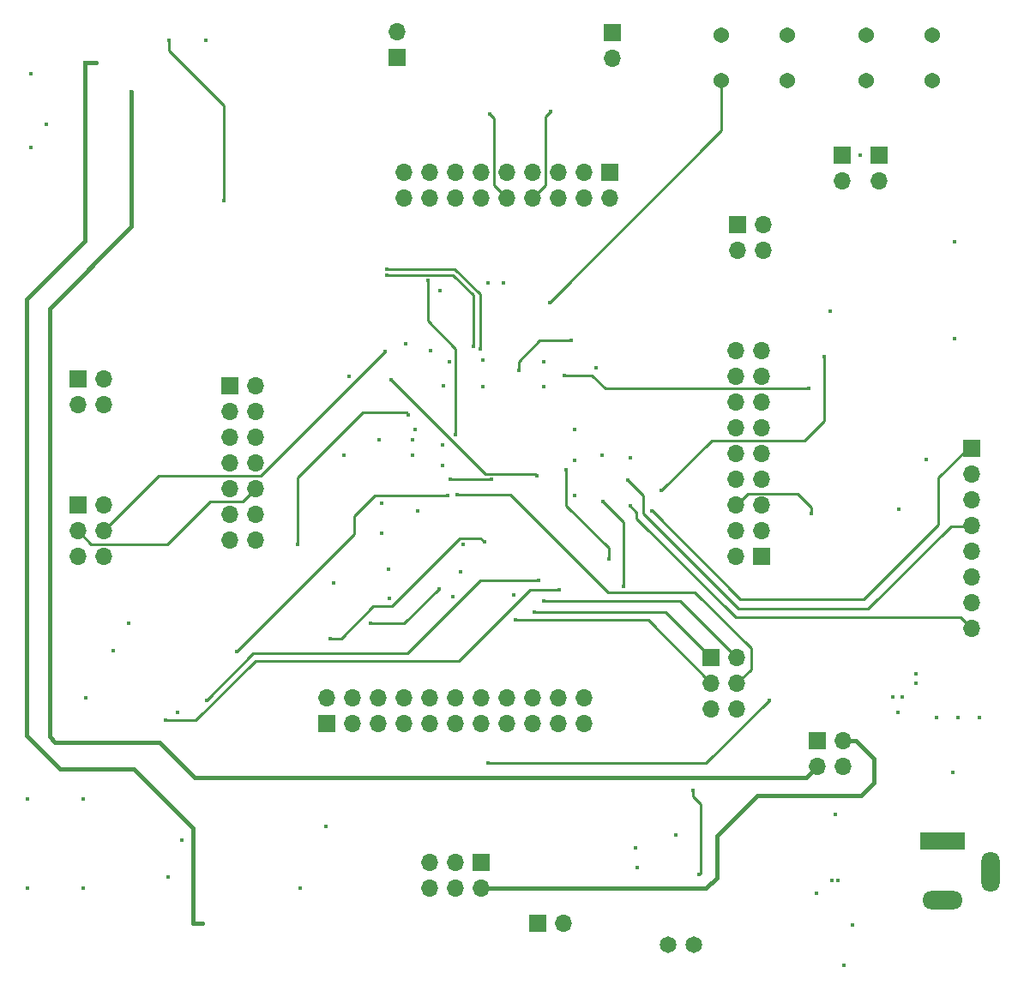
<source format=gbl>
G04 #@! TF.GenerationSoftware,KiCad,Pcbnew,(5.1.10)-1*
G04 #@! TF.CreationDate,2021-10-22T17:08:09-06:00*
G04 #@! TF.ProjectId,SAMduino,53414d64-7569-46e6-9f2e-6b696361645f,rev?*
G04 #@! TF.SameCoordinates,Original*
G04 #@! TF.FileFunction,Copper,L4,Bot*
G04 #@! TF.FilePolarity,Positive*
%FSLAX46Y46*%
G04 Gerber Fmt 4.6, Leading zero omitted, Abs format (unit mm)*
G04 Created by KiCad (PCBNEW (5.1.10)-1) date 2021-10-22 17:08:09*
%MOMM*%
%LPD*%
G01*
G04 APERTURE LIST*
G04 #@! TA.AperFunction,ComponentPad*
%ADD10C,1.540000*%
G04 #@! TD*
G04 #@! TA.AperFunction,ComponentPad*
%ADD11O,1.700000X1.700000*%
G04 #@! TD*
G04 #@! TA.AperFunction,ComponentPad*
%ADD12R,1.700000X1.700000*%
G04 #@! TD*
G04 #@! TA.AperFunction,ComponentPad*
%ADD13C,1.650000*%
G04 #@! TD*
G04 #@! TA.AperFunction,ComponentPad*
%ADD14R,4.400000X1.800000*%
G04 #@! TD*
G04 #@! TA.AperFunction,ComponentPad*
%ADD15O,4.000000X1.800000*%
G04 #@! TD*
G04 #@! TA.AperFunction,ComponentPad*
%ADD16O,1.800000X4.000000*%
G04 #@! TD*
G04 #@! TA.AperFunction,ViaPad*
%ADD17C,0.400000*%
G04 #@! TD*
G04 #@! TA.AperFunction,Conductor*
%ADD18C,0.400000*%
G04 #@! TD*
G04 #@! TA.AperFunction,Conductor*
%ADD19C,0.250000*%
G04 #@! TD*
G04 APERTURE END LIST*
D10*
X104250000Y-57250000D03*
X110750000Y-57250000D03*
X104250000Y-61750000D03*
X110750000Y-61750000D03*
X118550000Y-57250000D03*
X125050000Y-57250000D03*
X118550000Y-61750000D03*
X125050000Y-61750000D03*
D11*
X128950000Y-115880000D03*
X128950000Y-113340000D03*
X128950000Y-110800000D03*
X128950000Y-108260000D03*
X128950000Y-105720000D03*
X128950000Y-103180000D03*
X128950000Y-100640000D03*
D12*
X128950000Y-98100000D03*
D11*
X105790000Y-123830000D03*
X103250000Y-123830000D03*
X105790000Y-121290000D03*
X103250000Y-121290000D03*
X105790000Y-118750000D03*
D12*
X103250000Y-118750000D03*
D11*
X43290000Y-93790000D03*
X40750000Y-93790000D03*
X43290000Y-91250000D03*
D12*
X40750000Y-91250000D03*
D11*
X75420000Y-141540000D03*
X75420000Y-139000000D03*
X77960000Y-141540000D03*
X77960000Y-139000000D03*
X80500000Y-141540000D03*
D12*
X80500000Y-139000000D03*
D11*
X119800000Y-71690000D03*
D12*
X119800000Y-69150000D03*
D11*
X43290000Y-108790000D03*
X40750000Y-108790000D03*
X43290000Y-106250000D03*
X40750000Y-106250000D03*
X43290000Y-103710000D03*
D12*
X40750000Y-103710000D03*
D11*
X108390000Y-78490000D03*
X105850000Y-78490000D03*
X108390000Y-75950000D03*
D12*
X105850000Y-75950000D03*
D11*
X116150000Y-71690000D03*
D12*
X116150000Y-69150000D03*
D11*
X72900000Y-73390000D03*
X72900000Y-70850000D03*
X75440000Y-73390000D03*
X75440000Y-70850000D03*
X77980000Y-73390000D03*
X77980000Y-70850000D03*
X80520000Y-73390000D03*
X80520000Y-70850000D03*
X83060000Y-73390000D03*
X83060000Y-70850000D03*
X85600000Y-73390000D03*
X85600000Y-70850000D03*
X88140000Y-73390000D03*
X88140000Y-70850000D03*
X90680000Y-73390000D03*
X90680000Y-70850000D03*
X93220000Y-73390000D03*
D12*
X93220000Y-70850000D03*
D11*
X105710000Y-88430000D03*
X108250000Y-88430000D03*
X105710000Y-90970000D03*
X108250000Y-90970000D03*
X105710000Y-93510000D03*
X108250000Y-93510000D03*
X105710000Y-96050000D03*
X108250000Y-96050000D03*
X105710000Y-98590000D03*
X108250000Y-98590000D03*
X105710000Y-101130000D03*
X108250000Y-101130000D03*
X105710000Y-103670000D03*
X108250000Y-103670000D03*
X105710000Y-106210000D03*
X108250000Y-106210000D03*
X105710000Y-108750000D03*
D12*
X108250000Y-108750000D03*
D11*
X90700000Y-122710000D03*
X90700000Y-125250000D03*
X88160000Y-122710000D03*
X88160000Y-125250000D03*
X85620000Y-122710000D03*
X85620000Y-125250000D03*
X83080000Y-122710000D03*
X83080000Y-125250000D03*
X80540000Y-122710000D03*
X80540000Y-125250000D03*
X78000000Y-122710000D03*
X78000000Y-125250000D03*
X75460000Y-122710000D03*
X75460000Y-125250000D03*
X72920000Y-122710000D03*
X72920000Y-125250000D03*
X70380000Y-122710000D03*
X70380000Y-125250000D03*
X67840000Y-122710000D03*
X67840000Y-125250000D03*
X65300000Y-122710000D03*
D12*
X65300000Y-125250000D03*
D11*
X58250000Y-107120000D03*
X55710000Y-107120000D03*
X58250000Y-104580000D03*
X55710000Y-104580000D03*
X58250000Y-102040000D03*
X55710000Y-102040000D03*
X58250000Y-99500000D03*
X55710000Y-99500000D03*
X58250000Y-96960000D03*
X55710000Y-96960000D03*
X58250000Y-94420000D03*
X55710000Y-94420000D03*
X58250000Y-91880000D03*
D12*
X55710000Y-91880000D03*
D11*
X93500000Y-59540000D03*
D12*
X93500000Y-57000000D03*
D11*
X72250000Y-56960000D03*
D12*
X72250000Y-59500000D03*
D13*
X101520000Y-147150000D03*
X98980000Y-147150000D03*
D11*
X88640000Y-145000000D03*
D12*
X86100000Y-145000000D03*
D11*
X116265000Y-129465000D03*
X113725000Y-129465000D03*
X116265000Y-126925000D03*
D12*
X113725000Y-126925000D03*
D14*
X126050000Y-136900000D03*
D15*
X126050000Y-142700000D03*
D16*
X130850000Y-139900000D03*
D17*
X41250000Y-141500000D03*
X35750000Y-141500000D03*
X41250000Y-132750000D03*
X35750000Y-132750000D03*
X99750000Y-136250000D03*
X95750000Y-137500000D03*
X49612500Y-140387500D03*
X73750000Y-98750000D03*
X77750000Y-112750000D03*
X70750000Y-103500000D03*
X70750000Y-106500000D03*
X76750000Y-97750000D03*
X76750000Y-99750000D03*
X74000000Y-96250000D03*
X70500000Y-97250000D03*
X82750000Y-81750000D03*
X86750000Y-89500000D03*
X89750000Y-96250000D03*
X89750000Y-99250000D03*
X95250000Y-99000000D03*
X89750000Y-102750000D03*
X76470000Y-82530000D03*
X44250000Y-118050000D03*
X50555000Y-124145000D03*
X80750000Y-89350000D03*
X36050000Y-61100000D03*
X36050000Y-68350000D03*
X37650000Y-66050000D03*
X53350000Y-57750000D03*
X115000000Y-84500000D03*
X83749994Y-112600000D03*
X127275000Y-87225000D03*
X78750000Y-107550000D03*
X91900000Y-90099998D03*
X71500000Y-112925000D03*
X71400000Y-110025000D03*
X66000000Y-111375000D03*
X67475000Y-90950000D03*
X73075000Y-87725000D03*
X77400000Y-89550000D03*
X76825000Y-91900000D03*
X121150000Y-122650000D03*
X122150000Y-122650000D03*
X123500000Y-121300000D03*
X127125000Y-130125000D03*
X116375000Y-149150000D03*
X115200000Y-140800000D03*
X115750000Y-140800000D03*
X115525000Y-134250000D03*
X113675000Y-142000000D03*
X123500000Y-120350000D03*
X127625000Y-124650000D03*
X95975000Y-139525000D03*
X62712500Y-141537500D03*
X67000000Y-98750000D03*
X73750000Y-97250000D03*
X78500000Y-110250000D03*
X74250000Y-104250000D03*
X81250000Y-81750000D03*
X86750000Y-92000000D03*
X92500000Y-98750000D03*
X80750000Y-92000000D03*
X45725000Y-115375000D03*
X41550000Y-122750000D03*
X65250000Y-135450000D03*
X127275000Y-77725000D03*
X118000000Y-69150000D03*
X124450000Y-99150000D03*
X121775000Y-104075000D03*
X51025002Y-136799998D03*
X75525000Y-88475000D03*
X117225000Y-145200000D03*
X125500002Y-124650000D03*
X121700000Y-124200000D03*
X129700000Y-124650000D03*
X42500000Y-60000000D03*
X41400000Y-60000000D03*
X52100000Y-145000000D03*
X53000000Y-145000000D03*
X78000000Y-96750000D03*
X75250000Y-81500000D03*
X46000000Y-62900000D03*
X84250000Y-90350000D03*
X89400000Y-87450000D03*
X81400000Y-65100000D03*
X87400000Y-64800000D03*
X71075000Y-88500000D03*
X71250000Y-80950000D03*
X79749983Y-88049983D03*
X71250000Y-80350000D03*
X80450000Y-88250000D03*
X87285010Y-83664990D03*
X88750000Y-90850000D03*
X112900000Y-92200000D03*
X93150000Y-109050000D03*
X88900000Y-100225000D03*
X95000000Y-101250000D03*
X86050000Y-100800000D03*
X55150000Y-73650000D03*
X49700000Y-57750000D03*
X71675000Y-91274998D03*
X114400000Y-89000000D03*
X98349999Y-102250001D03*
X94575000Y-111750000D03*
X101450000Y-131850000D03*
X102075000Y-140175000D03*
X92552578Y-103324990D03*
X95250000Y-103750000D03*
X97349990Y-104300010D03*
X108950000Y-122950000D03*
X81250012Y-129149988D03*
X113100000Y-104500000D03*
X88250000Y-112050000D03*
X49350000Y-124950000D03*
X86750000Y-113175000D03*
X86250000Y-111150000D03*
X53450000Y-122950000D03*
X85750000Y-114225000D03*
X83950000Y-115050000D03*
X65650000Y-116850000D03*
X80850000Y-107350000D03*
X69650000Y-115400000D03*
X76400000Y-112000000D03*
X78200000Y-102650000D03*
X56450000Y-118150000D03*
X77250000Y-102750000D03*
X81550000Y-101150000D03*
X77450000Y-101150000D03*
X62450000Y-107550000D03*
X73350000Y-94750000D03*
D18*
X42500000Y-60000000D02*
X41400000Y-60000000D01*
X52125001Y-135625001D02*
X52125001Y-144974999D01*
X46250000Y-129750000D02*
X52125001Y-135625001D01*
X52125001Y-144974999D02*
X52100000Y-145000000D01*
X35650000Y-126409998D02*
X38990002Y-129750000D01*
X38990002Y-129750000D02*
X46250000Y-129750000D01*
X35650000Y-83350000D02*
X35650000Y-126409998D01*
X41400000Y-77600000D02*
X35650000Y-83350000D01*
X41400000Y-60000000D02*
X41400000Y-77600000D01*
X52100000Y-145000000D02*
X53000000Y-145000000D01*
X80500000Y-141540000D02*
X102760000Y-141540000D01*
X102760000Y-141540000D02*
X103825000Y-140475000D01*
X103825000Y-140475000D02*
X103825000Y-136325000D01*
X103825000Y-136325000D02*
X107775000Y-132375000D01*
X107775000Y-132375000D02*
X118025000Y-132375000D01*
X118025000Y-132375000D02*
X119275000Y-131125000D01*
X119275000Y-131125000D02*
X119275000Y-128700000D01*
X117500000Y-126925000D02*
X116265000Y-126925000D01*
X119275000Y-128700000D02*
X117500000Y-126925000D01*
D19*
X78000000Y-96750000D02*
X78000000Y-88250000D01*
X78000000Y-88250000D02*
X75250000Y-85500000D01*
X75250000Y-85500000D02*
X75250000Y-81500000D01*
D18*
X112590000Y-130600000D02*
X113725000Y-129465000D01*
X52250000Y-130600000D02*
X112590000Y-130600000D01*
X48750000Y-127100000D02*
X52250000Y-130600000D01*
X38500000Y-127100000D02*
X48750000Y-127100000D01*
X37950000Y-126550000D02*
X38500000Y-127100000D01*
X37950000Y-84250000D02*
X37950000Y-126550000D01*
X46000000Y-76200000D02*
X37950000Y-84250000D01*
X46000000Y-62900000D02*
X46000000Y-76200000D01*
D19*
X84250000Y-90350000D02*
X84250000Y-89500000D01*
X84250000Y-89500000D02*
X86300000Y-87450000D01*
X86300000Y-87450000D02*
X89400000Y-87450000D01*
X81800000Y-65500000D02*
X81400000Y-65100000D01*
X81800000Y-72130000D02*
X81800000Y-65500000D01*
X83060000Y-73390000D02*
X81800000Y-72130000D01*
X86900000Y-65300000D02*
X87400000Y-64800000D01*
X86900000Y-72090000D02*
X86900000Y-65300000D01*
X85600000Y-73390000D02*
X86900000Y-72090000D01*
X43290000Y-106250000D02*
X48725000Y-100815000D01*
X48725000Y-100815000D02*
X58760000Y-100815000D01*
X58760000Y-100815000D02*
X71075000Y-88500000D01*
X71250000Y-80950000D02*
X77750000Y-80950000D01*
X77750000Y-80950000D02*
X79749983Y-82949983D01*
X79749983Y-82949983D02*
X79749983Y-88049983D01*
X71250000Y-80350000D02*
X77950000Y-80350000D01*
X77950000Y-80350000D02*
X80450000Y-82850000D01*
X80450000Y-82850000D02*
X80450000Y-88250000D01*
X104250000Y-61750000D02*
X104250000Y-66700000D01*
X104250000Y-66700000D02*
X87285010Y-83664990D01*
X88750000Y-90850000D02*
X91500000Y-90850000D01*
X91500000Y-90850000D02*
X92800000Y-92150000D01*
X112850000Y-92150000D02*
X112900000Y-92200000D01*
X92800000Y-92150000D02*
X112850000Y-92150000D01*
X93150000Y-109050000D02*
X93150000Y-107950000D01*
X93150000Y-107950000D02*
X88925000Y-103725000D01*
X88925000Y-100250000D02*
X88900000Y-100225000D01*
X88925000Y-103725000D02*
X88925000Y-100250000D01*
X126900000Y-105800000D02*
X128870000Y-105800000D01*
X118750000Y-113950000D02*
X126900000Y-105800000D01*
X128870000Y-105800000D02*
X128950000Y-105720000D01*
X105950000Y-113950000D02*
X118750000Y-113950000D01*
X96500000Y-104500000D02*
X105950000Y-113950000D01*
X96500000Y-102750000D02*
X96500000Y-104500000D01*
X95000000Y-101250000D02*
X96500000Y-102750000D01*
X55150000Y-73650000D02*
X55150000Y-64250000D01*
X49700000Y-58800000D02*
X49700000Y-57750000D01*
X55150000Y-64250000D02*
X49700000Y-58800000D01*
X81000003Y-100600001D02*
X71675000Y-91274998D01*
X86050000Y-100800000D02*
X85850001Y-100600001D01*
X85850001Y-100600001D02*
X81000003Y-100600001D01*
X114350000Y-89050000D02*
X114400000Y-89000000D01*
X114400000Y-95400000D02*
X112500000Y-97300000D01*
X114400000Y-89000000D02*
X114400000Y-95400000D01*
X103300000Y-97300000D02*
X98349999Y-102250001D01*
X112500000Y-97300000D02*
X103300000Y-97300000D01*
X101450000Y-131850000D02*
X101450000Y-132500000D01*
X101450000Y-132500000D02*
X102175000Y-133225000D01*
X102175000Y-140075000D02*
X102075000Y-140175000D01*
X102175000Y-133225000D02*
X102175000Y-140075000D01*
X94575000Y-105347412D02*
X92552578Y-103324990D01*
X94575000Y-111750000D02*
X94575000Y-105347412D01*
X127870000Y-114800000D02*
X128950000Y-115880000D01*
X105650000Y-114800000D02*
X127870000Y-114800000D01*
X95900000Y-105050000D02*
X105650000Y-114800000D01*
X95900000Y-104400000D02*
X95900000Y-105050000D01*
X95250000Y-103750000D02*
X95900000Y-104400000D01*
X128250000Y-97400000D02*
X128950000Y-98100000D01*
X125700000Y-105600000D02*
X125700000Y-101000000D01*
X118300000Y-113000000D02*
X125700000Y-105600000D01*
X106150000Y-113000000D02*
X118300000Y-113000000D01*
X125700000Y-101000000D02*
X128600000Y-98100000D01*
X97450010Y-104300010D02*
X106150000Y-113000000D01*
X128600000Y-98100000D02*
X128950000Y-98100000D01*
X97349990Y-104300010D02*
X97450010Y-104300010D01*
X108950000Y-122950000D02*
X102750012Y-129149988D01*
X102750012Y-129149988D02*
X81250012Y-129149988D01*
X113100000Y-104500000D02*
X113100000Y-103900000D01*
X111794999Y-102594999D02*
X106855001Y-102594999D01*
X113100000Y-103900000D02*
X111794999Y-102594999D01*
X105780000Y-103670000D02*
X105710000Y-103670000D01*
X106855001Y-102594999D02*
X105780000Y-103670000D01*
X58250000Y-119050000D02*
X52350000Y-124950000D01*
X78350000Y-119050000D02*
X58250000Y-119050000D01*
X85350000Y-112050000D02*
X78350000Y-119050000D01*
X52350000Y-124950000D02*
X49350000Y-124950000D01*
X88250000Y-112050000D02*
X85350000Y-112050000D01*
X100215000Y-113175000D02*
X105790000Y-118750000D01*
X86750000Y-113175000D02*
X100215000Y-113175000D01*
X86250000Y-111150000D02*
X80450000Y-111150000D01*
X80450000Y-111150000D02*
X73250000Y-118350000D01*
X73250000Y-118350000D02*
X58050000Y-118350000D01*
X58050000Y-118350000D02*
X53450000Y-122950000D01*
X98725000Y-114225000D02*
X103250000Y-118750000D01*
X85750000Y-114225000D02*
X98725000Y-114225000D01*
X97010000Y-115050000D02*
X103250000Y-121290000D01*
X83950000Y-115050000D02*
X97010000Y-115050000D01*
X80450000Y-106950000D02*
X80850000Y-107350000D01*
X71750000Y-113650000D02*
X78450000Y-106950000D01*
X69900000Y-113650000D02*
X71750000Y-113650000D01*
X78450000Y-106950000D02*
X80450000Y-106950000D01*
X66700000Y-116850000D02*
X69900000Y-113650000D01*
X65650000Y-116850000D02*
X66700000Y-116850000D01*
X69650000Y-115400000D02*
X72950000Y-115400000D01*
X76350000Y-112000000D02*
X76400000Y-112000000D01*
X72950000Y-115400000D02*
X76350000Y-112000000D01*
X58250000Y-102100000D02*
X58250000Y-102040000D01*
X57025000Y-103325000D02*
X58250000Y-102100000D01*
X53750000Y-103325000D02*
X57025000Y-103325000D01*
X49525000Y-107550000D02*
X53750000Y-103325000D01*
X42050000Y-107550000D02*
X49525000Y-107550000D01*
X40750000Y-106250000D02*
X42050000Y-107550000D01*
X107175000Y-119905000D02*
X105790000Y-121290000D01*
X107175000Y-117825000D02*
X107175000Y-119905000D01*
X101650000Y-112300000D02*
X107175000Y-117825000D01*
X93050000Y-112300000D02*
X101650000Y-112300000D01*
X83400000Y-102650000D02*
X93050000Y-112300000D01*
X78200000Y-102650000D02*
X83400000Y-102650000D01*
X56450000Y-118150000D02*
X68050000Y-106550000D01*
X68050000Y-106550000D02*
X68050000Y-104750000D01*
X68050000Y-104750000D02*
X70050000Y-102750000D01*
X70050000Y-102750000D02*
X77250000Y-102750000D01*
X81550000Y-101150000D02*
X77450000Y-101150000D01*
X62450000Y-107550000D02*
X62450000Y-100950000D01*
X62450000Y-100950000D02*
X68850000Y-94550000D01*
X73150000Y-94550000D02*
X73350000Y-94750000D01*
X68850000Y-94550000D02*
X73150000Y-94550000D01*
M02*

</source>
